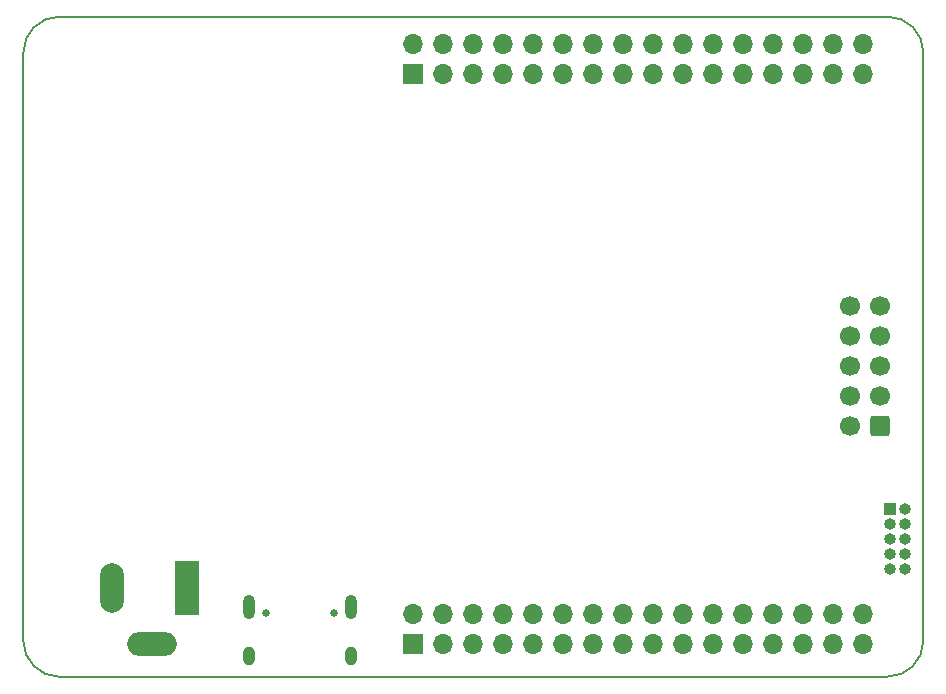
<source format=gbr>
%TF.GenerationSoftware,KiCad,Pcbnew,(6.0.5)*%
%TF.CreationDate,2022-07-19T14:03:45+07:00*%
%TF.ProjectId,atm128,61746d31-3238-42e6-9b69-6361645f7063,1.0*%
%TF.SameCoordinates,Original*%
%TF.FileFunction,Soldermask,Bot*%
%TF.FilePolarity,Negative*%
%FSLAX46Y46*%
G04 Gerber Fmt 4.6, Leading zero omitted, Abs format (unit mm)*
G04 Created by KiCad (PCBNEW (6.0.5)) date 2022-07-19 14:03:45*
%MOMM*%
%LPD*%
G01*
G04 APERTURE LIST*
G04 Aperture macros list*
%AMRoundRect*
0 Rectangle with rounded corners*
0 $1 Rounding radius*
0 $2 $3 $4 $5 $6 $7 $8 $9 X,Y pos of 4 corners*
0 Add a 4 corners polygon primitive as box body*
4,1,4,$2,$3,$4,$5,$6,$7,$8,$9,$2,$3,0*
0 Add four circle primitives for the rounded corners*
1,1,$1+$1,$2,$3*
1,1,$1+$1,$4,$5*
1,1,$1+$1,$6,$7*
1,1,$1+$1,$8,$9*
0 Add four rect primitives between the rounded corners*
20,1,$1+$1,$2,$3,$4,$5,0*
20,1,$1+$1,$4,$5,$6,$7,0*
20,1,$1+$1,$6,$7,$8,$9,0*
20,1,$1+$1,$8,$9,$2,$3,0*%
G04 Aperture macros list end*
%TA.AperFunction,Profile*%
%ADD10C,0.127000*%
%TD*%
%ADD11RoundRect,0.250000X0.600000X0.600000X-0.600000X0.600000X-0.600000X-0.600000X0.600000X-0.600000X0*%
%ADD12C,1.700000*%
%ADD13R,2.000000X4.600000*%
%ADD14O,2.000000X4.200000*%
%ADD15O,4.200000X2.000000*%
%ADD16R,1.700000X1.700000*%
%ADD17O,1.700000X1.700000*%
%ADD18R,1.000000X1.000000*%
%ADD19O,1.000000X1.000000*%
%ADD20C,0.650000*%
%ADD21O,1.000000X1.600000*%
%ADD22O,1.000000X2.100000*%
G04 APERTURE END LIST*
D10*
X53336261Y-78235739D02*
G75*
G03*
X56384261Y-81283739I3048039J39D01*
G01*
X126495739Y-81283739D02*
G75*
G03*
X129543739Y-78235739I-39J3048039D01*
G01*
X129543702Y-28444261D02*
G75*
G03*
X126495739Y-25400000I-3044302J-39D01*
G01*
X53336261Y-78235739D02*
X53336261Y-28444261D01*
X129543739Y-28444261D02*
X129543739Y-78235739D01*
X56384261Y-25400003D02*
G75*
G03*
X53336261Y-28444261I-3751J-3044247D01*
G01*
X56384261Y-25400000D02*
X126495739Y-25400000D01*
X126495739Y-81283739D02*
X56384261Y-81283739D01*
D11*
%TO.C,J4*%
X125872900Y-60045600D03*
D12*
X123332900Y-60045600D03*
X125872900Y-57505600D03*
X123332900Y-57505600D03*
X125872900Y-54965600D03*
X123332900Y-54965600D03*
X125872900Y-52425600D03*
X123332900Y-52425600D03*
X125872900Y-49885600D03*
X123332900Y-49885600D03*
%TD*%
D13*
%TO.C,J1*%
X67157600Y-73746600D03*
D14*
X60857600Y-73746600D03*
D15*
X64257600Y-78546600D03*
%TD*%
D16*
%TO.C,J3*%
X86360000Y-78486000D03*
D17*
X86360000Y-75946000D03*
X88900000Y-78486000D03*
X88900000Y-75946000D03*
X91440000Y-78486000D03*
X91440000Y-75946000D03*
X93980000Y-78486000D03*
X93980000Y-75946000D03*
X96520000Y-78486000D03*
X96520000Y-75946000D03*
X99060000Y-78486000D03*
X99060000Y-75946000D03*
X101600000Y-78486000D03*
X101600000Y-75946000D03*
X104140000Y-78486000D03*
X104140000Y-75946000D03*
X106680000Y-78486000D03*
X106680000Y-75946000D03*
X109220000Y-78486000D03*
X109220000Y-75946000D03*
X111760000Y-78486000D03*
X111760000Y-75946000D03*
X114300000Y-78486000D03*
X114300000Y-75946000D03*
X116840000Y-78486000D03*
X116840000Y-75946000D03*
X119380000Y-78486000D03*
X119380000Y-75946000D03*
X121920000Y-78486000D03*
X121920000Y-75946000D03*
X124460000Y-78486000D03*
X124460000Y-75946000D03*
%TD*%
D16*
%TO.C,J2*%
X86360000Y-30226000D03*
D17*
X86360000Y-27686000D03*
X88900000Y-30226000D03*
X88900000Y-27686000D03*
X91440000Y-30226000D03*
X91440000Y-27686000D03*
X93980000Y-30226000D03*
X93980000Y-27686000D03*
X96520000Y-30226000D03*
X96520000Y-27686000D03*
X99060000Y-30226000D03*
X99060000Y-27686000D03*
X101600000Y-30226000D03*
X101600000Y-27686000D03*
X104140000Y-30226000D03*
X104140000Y-27686000D03*
X106680000Y-30226000D03*
X106680000Y-27686000D03*
X109220000Y-30226000D03*
X109220000Y-27686000D03*
X111760000Y-30226000D03*
X111760000Y-27686000D03*
X114300000Y-30226000D03*
X114300000Y-27686000D03*
X116840000Y-30226000D03*
X116840000Y-27686000D03*
X119380000Y-30226000D03*
X119380000Y-27686000D03*
X121920000Y-30226000D03*
X121920000Y-27686000D03*
X124460000Y-30226000D03*
X124460000Y-27686000D03*
%TD*%
D18*
%TO.C,J5*%
X126746000Y-67056000D03*
D19*
X128016000Y-67056000D03*
X126746000Y-68326000D03*
X128016000Y-68326000D03*
X126746000Y-69596000D03*
X128016000Y-69596000D03*
X126746000Y-70866000D03*
X128016000Y-70866000D03*
X126746000Y-72136000D03*
X128016000Y-72136000D03*
%TD*%
D20*
%TO.C,J6*%
X79648800Y-75887194D03*
X73868800Y-75887194D03*
D21*
X72438800Y-79537194D03*
D22*
X81078800Y-75357194D03*
X72438800Y-75357194D03*
D21*
X81078800Y-79537194D03*
%TD*%
M02*

</source>
